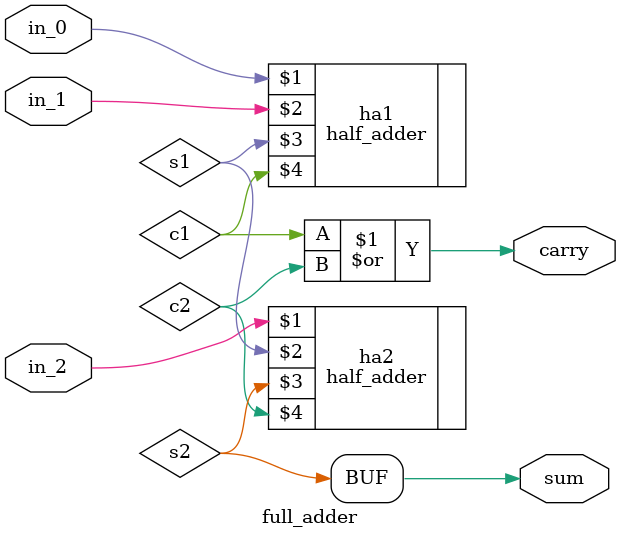
<source format=v>

module full_adder (
  input  wire in_0,
  input  wire in_1,
  input  wire in_2,
  output wire sum,
  output wire carry
);

  // assign {carry, sum} = in_0 + in_1 + in_2;

  wire s1, s2;
  wire c1, c2;

  half_adder ha1 (in_0, in_1, s1, c1);
  half_adder ha2 (in_2, s1, s2, c2);

  assign sum = s2;
  or (carry, c1, c2);

endmodule

</source>
